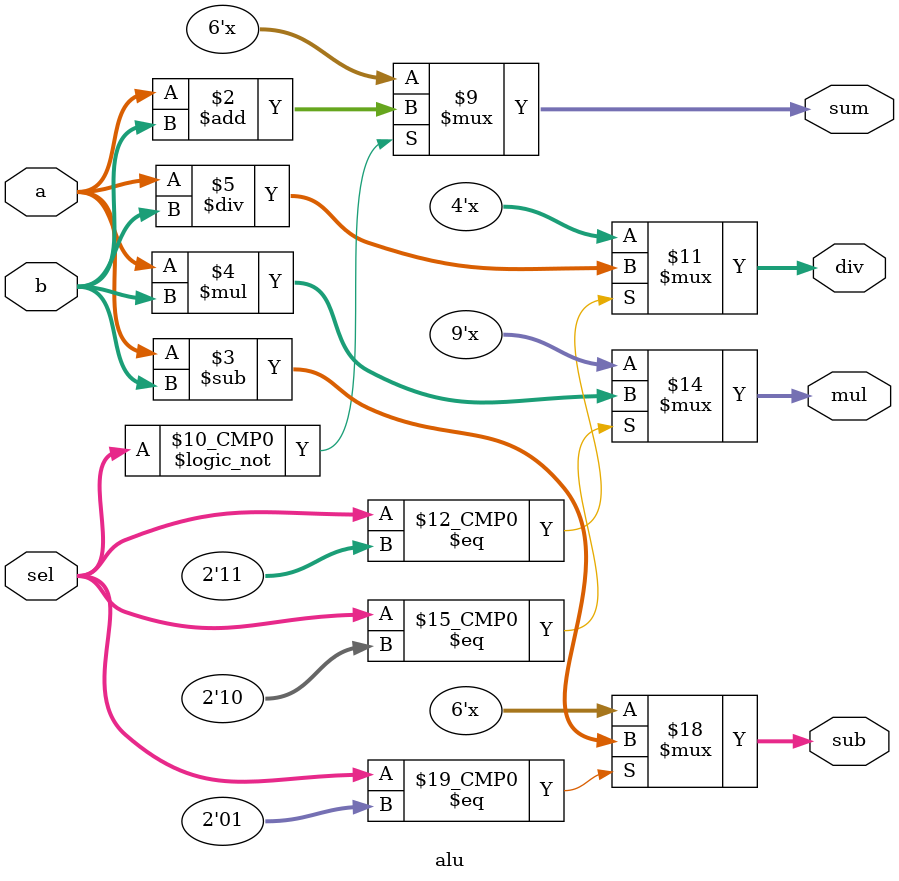
<source format=sv>
module alu(input[3:0]a,
           input[3:0]b,
           input[1:0]sel,
           output reg[5:0]sum,
           output reg[5:0]sub,
           output reg[8:0]mul,
           output reg[3:0]div);
  always @(*)begin
    case (sel)
      2'b00:sum=a+b;
      2'b01:sub=a-b;
      2'b10:mul=a*b;
      2'b11:div=a/b;
    endcase
  end
  endmodule

</source>
